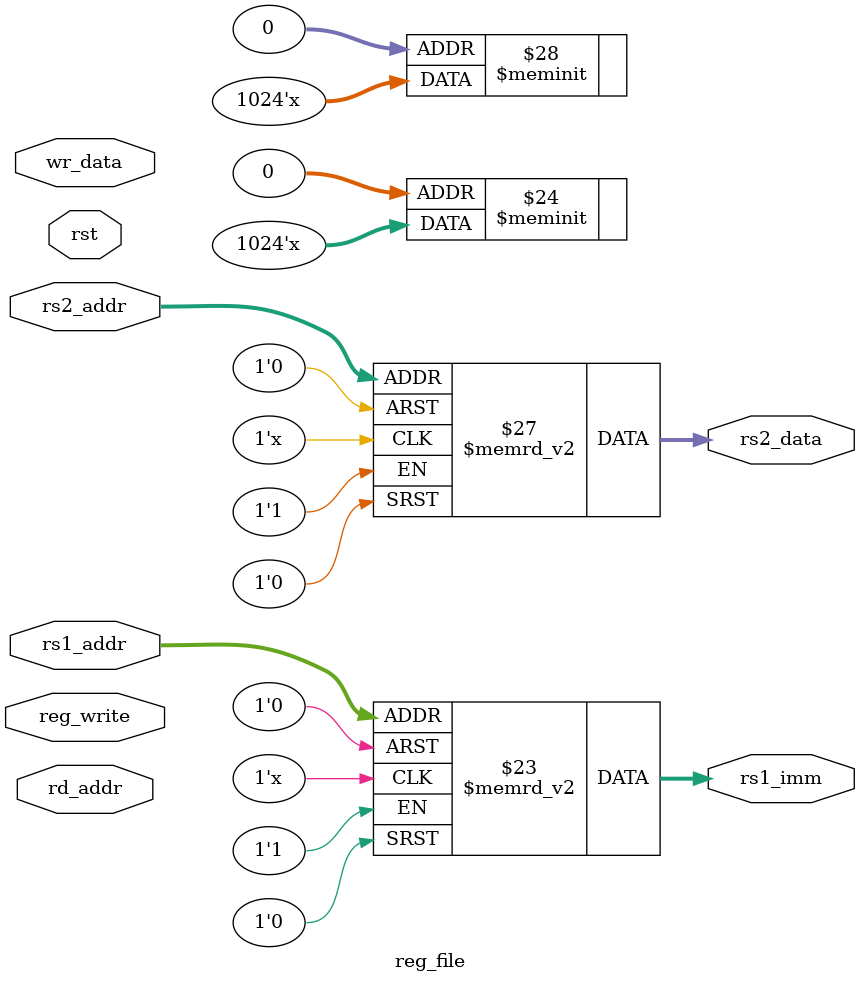
<source format=sv>
module reg_file (
    input logic [4:0] rs1_addr,
    input logic [4:0] rs2_addr,
    input logic [4:0] rd_addr,
    input logic reg_write,          // Single-bit for write enable
    input logic [31:0] wr_data,
    input logic rst,                // Single-bit for reset
    output logic [31:0] rs1_imm,
    output logic [31:0] rs2_data
);

    // Register file array
    logic [31:0] reg_f[31:0]; 

    // Reset or read/write operations
    always @(*) begin
        // Output the register values
        rs1_imm = reg_f[rs1_addr];
        rs2_data = reg_f[rs2_addr];

        // Handle reset: Clear all registers if rst is high
        if (rst) begin
            for (int i = 0; i < 32; i++) begin
                reg_f[i] = 32'b0;
            end
        end
        // Write operation: Write data to rd_addr if reg_write is high
        else if (reg_write) begin
            reg_f[rd_addr] = wr_data;
        end
    end

endmodule

</source>
